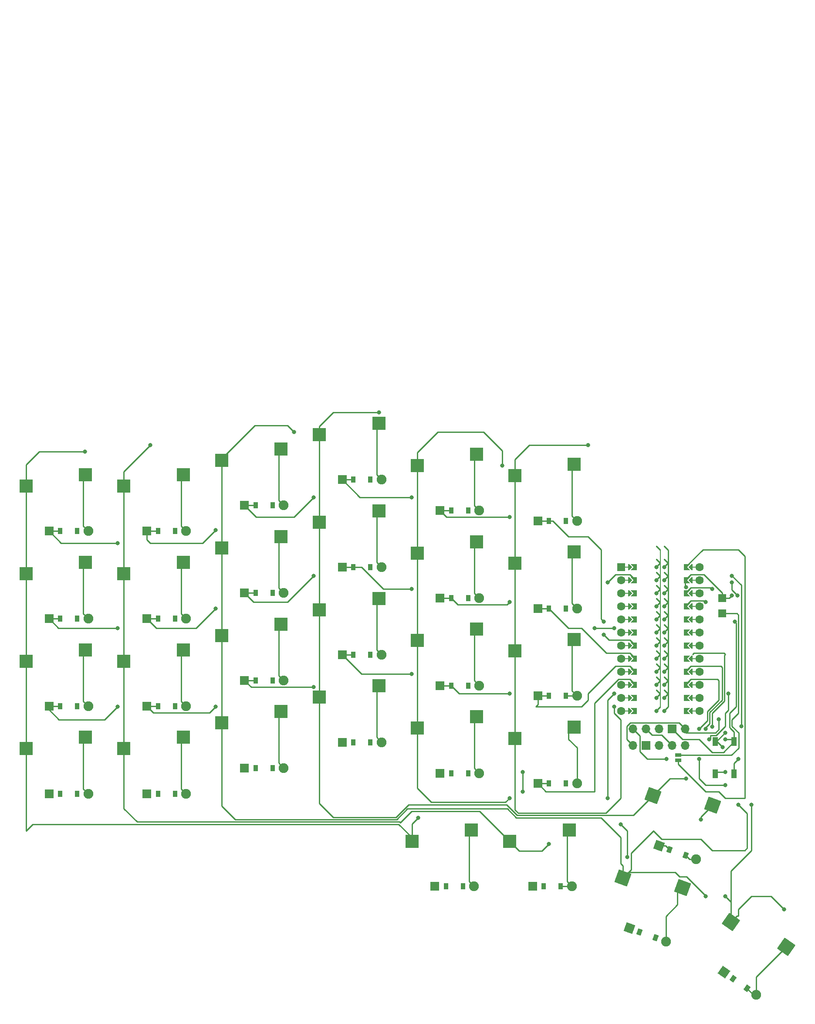
<source format=gbr>
%TF.GenerationSoftware,KiCad,Pcbnew,(6.0.9-0)*%
%TF.CreationDate,2023-01-10T21:03:56-06:00*%
%TF.ProjectId,board,626f6172-642e-46b6-9963-61645f706362,v1.0.0*%
%TF.SameCoordinates,Original*%
%TF.FileFunction,Copper,L1,Top*%
%TF.FilePolarity,Positive*%
%FSLAX46Y46*%
G04 Gerber Fmt 4.6, Leading zero omitted, Abs format (unit mm)*
G04 Created by KiCad (PCBNEW (6.0.9-0)) date 2023-01-10 21:03:56*
%MOMM*%
%LPD*%
G01*
G04 APERTURE LIST*
G04 Aperture macros list*
%AMRotRect*
0 Rectangle, with rotation*
0 The origin of the aperture is its center*
0 $1 length*
0 $2 width*
0 $3 Rotation angle, in degrees counterclockwise*
0 Add horizontal line*
21,1,$1,$2,0,0,$3*%
%AMFreePoly0*
4,1,49,0.088388,4.152388,0.854389,3.386388,0.867708,3.368551,0.871189,3.365530,0.871982,3.362827,0.875852,3.357644,0.882333,3.327543,0.891000,3.298000,0.891000,0.766000,0.887805,0.743969,0.888131,0.739371,0.886780,0.736898,0.885852,0.730498,0.869154,0.704638,0.854389,0.677612,0.088388,-0.088388,0.064607,-0.106146,0.062500,-0.108253,0.061385,-0.108552,0.059644,-0.109852,
0.043810,-0.113261,0.000000,-0.125000,-0.004774,-0.123721,-0.009154,-0.124664,-0.028953,-0.117242,-0.062500,-0.108253,-0.068237,-0.102516,-0.075052,-0.099961,-0.087614,-0.083139,-0.108253,-0.062500,-0.111178,-0.051584,-0.117161,-0.043572,-0.118539,-0.024114,-0.125000,0.000000,-0.121239,0.014035,-0.122131,0.026629,-0.113759,0.041953,-0.108253,0.062500,-0.095642,0.075111,-0.088388,0.088388,
0.641000,0.817777,0.641000,3.246223,-0.088388,3.975612,-0.109852,4.004356,-0.124664,4.073154,-0.099961,4.139052,-0.043572,4.181161,0.026629,4.186131,0.088388,4.152388,0.088388,4.152388,$1*%
%AMFreePoly1*
4,1,6,0.600000,0.200000,0.000000,-0.400000,-0.600000,0.200000,-0.600000,0.400000,0.600000,0.400000,0.600000,0.200000,0.600000,0.200000,$1*%
%AMFreePoly2*
4,1,6,0.600000,-0.250000,-0.600000,-0.250000,-0.600000,1.000000,0.000000,0.400000,0.600000,1.000000,0.600000,-0.250000,0.600000,-0.250000,$1*%
%AMFreePoly3*
4,1,5,0.125000,-0.500000,-0.125000,-0.500000,-0.125000,0.500000,0.125000,0.500000,0.125000,-0.500000,0.125000,-0.500000,$1*%
%AMFreePoly4*
4,1,49,0.088388,4.152388,0.850389,3.390388,0.863708,3.372551,0.867189,3.369530,0.867982,3.366827,0.871852,3.361644,0.878333,3.331543,0.887000,3.302000,0.887000,0.762000,0.883805,0.739969,0.884131,0.735371,0.882780,0.732898,0.881852,0.726498,0.865154,0.700638,0.850389,0.673612,0.088388,-0.088388,0.064607,-0.106146,0.062500,-0.108253,0.061385,-0.108552,0.059644,-0.109852,
0.043810,-0.113261,0.000000,-0.125000,-0.004774,-0.123721,-0.009154,-0.124664,-0.028953,-0.117242,-0.062500,-0.108253,-0.068237,-0.102516,-0.075052,-0.099961,-0.087614,-0.083139,-0.108253,-0.062500,-0.111178,-0.051584,-0.117161,-0.043572,-0.118539,-0.024114,-0.125000,0.000000,-0.121239,0.014035,-0.122131,0.026629,-0.113759,0.041953,-0.108253,0.062500,-0.095642,0.075111,-0.088388,0.088388,
0.637000,0.813777,0.637000,3.250223,-0.088388,3.975612,-0.109852,4.004356,-0.124664,4.073154,-0.099961,4.139052,-0.043572,4.181161,0.026629,4.186131,0.088388,4.152388,0.088388,4.152388,$1*%
G04 Aperture macros list end*
%TA.AperFunction,SMDPad,CuDef*%
%ADD10R,2.600000X2.600000*%
%TD*%
%TA.AperFunction,SMDPad,CuDef*%
%ADD11RotRect,2.600000X2.600000X340.000000*%
%TD*%
%TA.AperFunction,SMDPad,CuDef*%
%ADD12RotRect,2.600000X2.600000X325.000000*%
%TD*%
%TA.AperFunction,SMDPad,CuDef*%
%ADD13R,0.900000X1.200000*%
%TD*%
%TA.AperFunction,ComponentPad*%
%ADD14R,1.778000X1.778000*%
%TD*%
%TA.AperFunction,ComponentPad*%
%ADD15C,1.905000*%
%TD*%
%TA.AperFunction,SMDPad,CuDef*%
%ADD16RotRect,0.900000X1.200000X340.000000*%
%TD*%
%TA.AperFunction,ComponentPad*%
%ADD17RotRect,1.778000X1.778000X340.000000*%
%TD*%
%TA.AperFunction,SMDPad,CuDef*%
%ADD18RotRect,0.900000X1.200000X325.000000*%
%TD*%
%TA.AperFunction,ComponentPad*%
%ADD19RotRect,1.778000X1.778000X325.000000*%
%TD*%
%TA.AperFunction,SMDPad,CuDef*%
%ADD20FreePoly0,270.000000*%
%TD*%
%TA.AperFunction,ComponentPad*%
%ADD21C,1.600000*%
%TD*%
%TA.AperFunction,SMDPad,CuDef*%
%ADD22FreePoly1,90.000000*%
%TD*%
%TA.AperFunction,SMDPad,CuDef*%
%ADD23FreePoly2,90.000000*%
%TD*%
%TA.AperFunction,SMDPad,CuDef*%
%ADD24FreePoly3,90.000000*%
%TD*%
%TA.AperFunction,ComponentPad*%
%ADD25R,1.600000X1.600000*%
%TD*%
%TA.AperFunction,SMDPad,CuDef*%
%ADD26FreePoly2,270.000000*%
%TD*%
%TA.AperFunction,SMDPad,CuDef*%
%ADD27FreePoly3,270.000000*%
%TD*%
%TA.AperFunction,SMDPad,CuDef*%
%ADD28FreePoly1,270.000000*%
%TD*%
%TA.AperFunction,SMDPad,CuDef*%
%ADD29FreePoly4,90.000000*%
%TD*%
%TA.AperFunction,ComponentPad*%
%ADD30C,0.800000*%
%TD*%
%TA.AperFunction,ComponentPad*%
%ADD31O,1.700000X1.700000*%
%TD*%
%TA.AperFunction,ComponentPad*%
%ADD32R,1.700000X1.700000*%
%TD*%
%TA.AperFunction,SMDPad,CuDef*%
%ADD33R,1.500000X1.500000*%
%TD*%
%TA.AperFunction,SMDPad,CuDef*%
%ADD34R,1.143000X0.635000*%
%TD*%
%TA.AperFunction,SMDPad,CuDef*%
%ADD35R,1.100000X1.800000*%
%TD*%
%TA.AperFunction,ViaPad*%
%ADD36C,0.800000*%
%TD*%
%TA.AperFunction,Conductor*%
%ADD37C,0.250000*%
%TD*%
G04 APERTURE END LIST*
D10*
%TO.P,S1,1*%
%TO.N,outer_bottom*%
X28040001Y-77100001D03*
%TO.P,S1,2*%
%TO.N,P20*%
X16490001Y-79300001D03*
%TD*%
%TO.P,S2,1*%
%TO.N,outer_home*%
X28040001Y-60100001D03*
%TO.P,S2,2*%
%TO.N,P20*%
X16490001Y-62300001D03*
%TD*%
%TO.P,S3,1*%
%TO.N,outer_top*%
X28040000Y-43100001D03*
%TO.P,S3,2*%
%TO.N,P20*%
X16490000Y-45300001D03*
%TD*%
%TO.P,S4,1*%
%TO.N,outer_num*%
X28040000Y-26100001D03*
%TO.P,S4,2*%
%TO.N,P20*%
X16490000Y-28300001D03*
%TD*%
%TO.P,S5,1*%
%TO.N,pinky_bottom*%
X47040000Y-77100001D03*
%TO.P,S5,2*%
%TO.N,P19*%
X35490000Y-79300001D03*
%TD*%
%TO.P,S6,1*%
%TO.N,pinky_home*%
X47040001Y-60100001D03*
%TO.P,S6,2*%
%TO.N,P19*%
X35490001Y-62300001D03*
%TD*%
%TO.P,S7,1*%
%TO.N,pinky_top*%
X47040000Y-43100002D03*
%TO.P,S7,2*%
%TO.N,P19*%
X35490000Y-45300002D03*
%TD*%
%TO.P,S8,1*%
%TO.N,pinky_num*%
X47040000Y-26100002D03*
%TO.P,S8,2*%
%TO.N,P19*%
X35490000Y-28300002D03*
%TD*%
%TO.P,S9,1*%
%TO.N,ring_bottom*%
X66040000Y-72100001D03*
%TO.P,S9,2*%
%TO.N,P18*%
X54490000Y-74300001D03*
%TD*%
%TO.P,S10,1*%
%TO.N,ring_home*%
X66040000Y-55100000D03*
%TO.P,S10,2*%
%TO.N,P18*%
X54490000Y-57300000D03*
%TD*%
%TO.P,S11,1*%
%TO.N,ring_top*%
X66040000Y-38100000D03*
%TO.P,S11,2*%
%TO.N,P18*%
X54490000Y-40300000D03*
%TD*%
%TO.P,S12,1*%
%TO.N,ring_num*%
X66040000Y-21100001D03*
%TO.P,S12,2*%
%TO.N,P18*%
X54490000Y-23300001D03*
%TD*%
%TO.P,S13,1*%
%TO.N,middle_bottom*%
X85040001Y-67100001D03*
%TO.P,S13,2*%
%TO.N,P15*%
X73490001Y-69300001D03*
%TD*%
%TO.P,S14,1*%
%TO.N,middle_home*%
X85040000Y-50100001D03*
%TO.P,S14,2*%
%TO.N,P15*%
X73490000Y-52300001D03*
%TD*%
%TO.P,S15,1*%
%TO.N,middle_top*%
X85040000Y-33100001D03*
%TO.P,S15,2*%
%TO.N,P15*%
X73490000Y-35300001D03*
%TD*%
%TO.P,S16,1*%
%TO.N,middle_num*%
X85039999Y-16100001D03*
%TO.P,S16,2*%
%TO.N,P15*%
X73489999Y-18300001D03*
%TD*%
%TO.P,S17,1*%
%TO.N,index_bottom*%
X104040000Y-73100000D03*
%TO.P,S17,2*%
%TO.N,P14*%
X92490000Y-75300000D03*
%TD*%
%TO.P,S18,1*%
%TO.N,index_home*%
X104040001Y-56100000D03*
%TO.P,S18,2*%
%TO.N,P14*%
X92490001Y-58300000D03*
%TD*%
%TO.P,S19,1*%
%TO.N,index_top*%
X104040000Y-39100000D03*
%TO.P,S19,2*%
%TO.N,P14*%
X92490000Y-41300000D03*
%TD*%
%TO.P,S20,1*%
%TO.N,index_num*%
X104040000Y-22100001D03*
%TO.P,S20,2*%
%TO.N,P14*%
X92490000Y-24300001D03*
%TD*%
%TO.P,S21,1*%
%TO.N,inner_bottom*%
X123040001Y-75100001D03*
%TO.P,S21,2*%
%TO.N,P16*%
X111490001Y-77300001D03*
%TD*%
%TO.P,S22,1*%
%TO.N,inner_home*%
X123040000Y-58100002D03*
%TO.P,S22,2*%
%TO.N,P16*%
X111490000Y-60300002D03*
%TD*%
%TO.P,S23,1*%
%TO.N,inner_top*%
X123039999Y-41100001D03*
%TO.P,S23,2*%
%TO.N,P16*%
X111489999Y-43300001D03*
%TD*%
%TO.P,S24,1*%
%TO.N,inner_num*%
X123040001Y-24100000D03*
%TO.P,S24,2*%
%TO.N,P16*%
X111490001Y-26300000D03*
%TD*%
%TO.P,S25,1*%
%TO.N,near1_home*%
X103040000Y-95100001D03*
%TO.P,S25,2*%
%TO.N,P20*%
X91490000Y-97300001D03*
%TD*%
%TO.P,S26,1*%
%TO.N,near2_home*%
X122040000Y-95100001D03*
%TO.P,S26,2*%
%TO.N,P19*%
X110490000Y-97300001D03*
%TD*%
D11*
%TO.P,S27,1*%
%TO.N,home_home*%
X144122947Y-106276125D03*
%TO.P,S27,2*%
%TO.N,P18*%
X132517053Y-104393116D03*
%TD*%
%TO.P,S28,1*%
%TO.N,home_top*%
X149937289Y-90301350D03*
%TO.P,S28,2*%
%TO.N,P15*%
X138331395Y-88418341D03*
%TD*%
D12*
%TO.P,S29,1*%
%TO.N,far_home*%
X164211572Y-117807816D03*
%TO.P,S29,2*%
%TO.N,P14*%
X153488497Y-112985143D03*
%TD*%
D13*
%TO.P,D1,1*%
%TO.N,P7*%
X23115000Y-88050001D03*
%TO.P,D1,2*%
%TO.N,outer_bottom*%
X26415000Y-88050001D03*
D14*
%TO.P,D1,1*%
%TO.N,P7*%
X20955000Y-88050001D03*
D15*
%TO.P,D1,2*%
%TO.N,outer_bottom*%
X28575000Y-88050001D03*
%TD*%
D13*
%TO.P,D2,1*%
%TO.N,P6*%
X23115001Y-71050000D03*
%TO.P,D2,2*%
%TO.N,outer_home*%
X26415001Y-71050000D03*
D14*
%TO.P,D2,1*%
%TO.N,P6*%
X20955001Y-71050000D03*
D15*
%TO.P,D2,2*%
%TO.N,outer_home*%
X28575001Y-71050000D03*
%TD*%
D13*
%TO.P,D3,1*%
%TO.N,P5*%
X23114999Y-54050001D03*
%TO.P,D3,2*%
%TO.N,outer_top*%
X26414999Y-54050001D03*
D14*
%TO.P,D3,1*%
%TO.N,P5*%
X20954999Y-54050001D03*
D15*
%TO.P,D3,2*%
%TO.N,outer_top*%
X28574999Y-54050001D03*
%TD*%
D13*
%TO.P,D4,1*%
%TO.N,P4*%
X23115000Y-37050001D03*
%TO.P,D4,2*%
%TO.N,outer_num*%
X26415000Y-37050001D03*
D14*
%TO.P,D4,1*%
%TO.N,P4*%
X20955000Y-37050001D03*
D15*
%TO.P,D4,2*%
%TO.N,outer_num*%
X28575000Y-37050001D03*
%TD*%
D13*
%TO.P,D5,1*%
%TO.N,P7*%
X42115001Y-88050001D03*
%TO.P,D5,2*%
%TO.N,pinky_bottom*%
X45415001Y-88050001D03*
D14*
%TO.P,D5,1*%
%TO.N,P7*%
X39955001Y-88050001D03*
D15*
%TO.P,D5,2*%
%TO.N,pinky_bottom*%
X47575001Y-88050001D03*
%TD*%
D13*
%TO.P,D6,1*%
%TO.N,P6*%
X42115000Y-71050001D03*
%TO.P,D6,2*%
%TO.N,pinky_home*%
X45415000Y-71050001D03*
D14*
%TO.P,D6,1*%
%TO.N,P6*%
X39955000Y-71050001D03*
D15*
%TO.P,D6,2*%
%TO.N,pinky_home*%
X47575000Y-71050001D03*
%TD*%
D13*
%TO.P,D7,1*%
%TO.N,P5*%
X42115000Y-54050000D03*
%TO.P,D7,2*%
%TO.N,pinky_top*%
X45415000Y-54050000D03*
D14*
%TO.P,D7,1*%
%TO.N,P5*%
X39955000Y-54050000D03*
D15*
%TO.P,D7,2*%
%TO.N,pinky_top*%
X47575000Y-54050000D03*
%TD*%
D13*
%TO.P,D8,1*%
%TO.N,P4*%
X42115000Y-37050000D03*
%TO.P,D8,2*%
%TO.N,pinky_num*%
X45415000Y-37050000D03*
D14*
%TO.P,D8,1*%
%TO.N,P4*%
X39955000Y-37050000D03*
D15*
%TO.P,D8,2*%
%TO.N,pinky_num*%
X47575000Y-37050000D03*
%TD*%
D13*
%TO.P,D9,1*%
%TO.N,P7*%
X61115000Y-83050002D03*
%TO.P,D9,2*%
%TO.N,ring_bottom*%
X64415000Y-83050002D03*
D14*
%TO.P,D9,1*%
%TO.N,P7*%
X58955000Y-83050002D03*
D15*
%TO.P,D9,2*%
%TO.N,ring_bottom*%
X66575000Y-83050002D03*
%TD*%
D13*
%TO.P,D10,1*%
%TO.N,P6*%
X61115000Y-66050002D03*
%TO.P,D10,2*%
%TO.N,ring_home*%
X64415000Y-66050002D03*
D14*
%TO.P,D10,1*%
%TO.N,P6*%
X58955000Y-66050002D03*
D15*
%TO.P,D10,2*%
%TO.N,ring_home*%
X66575000Y-66050002D03*
%TD*%
D13*
%TO.P,D11,1*%
%TO.N,P5*%
X61115000Y-49050002D03*
%TO.P,D11,2*%
%TO.N,ring_top*%
X64415000Y-49050002D03*
D14*
%TO.P,D11,1*%
%TO.N,P5*%
X58955000Y-49050002D03*
D15*
%TO.P,D11,2*%
%TO.N,ring_top*%
X66575000Y-49050002D03*
%TD*%
D13*
%TO.P,D12,1*%
%TO.N,P4*%
X61115000Y-32050000D03*
%TO.P,D12,2*%
%TO.N,ring_num*%
X64415000Y-32050000D03*
D14*
%TO.P,D12,1*%
%TO.N,P4*%
X58955000Y-32050000D03*
D15*
%TO.P,D12,2*%
%TO.N,ring_num*%
X66575000Y-32050000D03*
%TD*%
D13*
%TO.P,D13,1*%
%TO.N,P7*%
X80115000Y-78050000D03*
%TO.P,D13,2*%
%TO.N,middle_bottom*%
X83415000Y-78050000D03*
D14*
%TO.P,D13,1*%
%TO.N,P7*%
X77955000Y-78050000D03*
D15*
%TO.P,D13,2*%
%TO.N,middle_bottom*%
X85575000Y-78050000D03*
%TD*%
D13*
%TO.P,D14,1*%
%TO.N,P6*%
X80114999Y-61050001D03*
%TO.P,D14,2*%
%TO.N,middle_home*%
X83414999Y-61050001D03*
D14*
%TO.P,D14,1*%
%TO.N,P6*%
X77954999Y-61050001D03*
D15*
%TO.P,D14,2*%
%TO.N,middle_home*%
X85574999Y-61050001D03*
%TD*%
D13*
%TO.P,D15,1*%
%TO.N,P5*%
X80115001Y-44050000D03*
%TO.P,D15,2*%
%TO.N,middle_top*%
X83415001Y-44050000D03*
D14*
%TO.P,D15,1*%
%TO.N,P5*%
X77955001Y-44050000D03*
D15*
%TO.P,D15,2*%
%TO.N,middle_top*%
X85575001Y-44050000D03*
%TD*%
D13*
%TO.P,D16,1*%
%TO.N,P4*%
X80115001Y-27050000D03*
%TO.P,D16,2*%
%TO.N,middle_num*%
X83415001Y-27050000D03*
D14*
%TO.P,D16,1*%
%TO.N,P4*%
X77955001Y-27050000D03*
D15*
%TO.P,D16,2*%
%TO.N,middle_num*%
X85575001Y-27050000D03*
%TD*%
D13*
%TO.P,D17,1*%
%TO.N,P7*%
X99115000Y-84050000D03*
%TO.P,D17,2*%
%TO.N,index_bottom*%
X102415000Y-84050000D03*
D14*
%TO.P,D17,1*%
%TO.N,P7*%
X96955000Y-84050000D03*
D15*
%TO.P,D17,2*%
%TO.N,index_bottom*%
X104575000Y-84050000D03*
%TD*%
D13*
%TO.P,D18,1*%
%TO.N,P6*%
X99115001Y-67050001D03*
%TO.P,D18,2*%
%TO.N,index_home*%
X102415001Y-67050001D03*
D14*
%TO.P,D18,1*%
%TO.N,P6*%
X96955001Y-67050001D03*
D15*
%TO.P,D18,2*%
%TO.N,index_home*%
X104575001Y-67050001D03*
%TD*%
D13*
%TO.P,D19,1*%
%TO.N,P5*%
X99114999Y-50050001D03*
%TO.P,D19,2*%
%TO.N,index_top*%
X102414999Y-50050001D03*
D14*
%TO.P,D19,1*%
%TO.N,P5*%
X96954999Y-50050001D03*
D15*
%TO.P,D19,2*%
%TO.N,index_top*%
X104574999Y-50050001D03*
%TD*%
D13*
%TO.P,D20,1*%
%TO.N,P4*%
X99115000Y-33050001D03*
%TO.P,D20,2*%
%TO.N,index_num*%
X102415000Y-33050001D03*
D14*
%TO.P,D20,1*%
%TO.N,P4*%
X96955000Y-33050001D03*
D15*
%TO.P,D20,2*%
%TO.N,index_num*%
X104575000Y-33050001D03*
%TD*%
D13*
%TO.P,D21,1*%
%TO.N,P7*%
X118114999Y-86050002D03*
%TO.P,D21,2*%
%TO.N,inner_bottom*%
X121414999Y-86050002D03*
D14*
%TO.P,D21,1*%
%TO.N,P7*%
X115954999Y-86050002D03*
D15*
%TO.P,D21,2*%
%TO.N,inner_bottom*%
X123574999Y-86050002D03*
%TD*%
D13*
%TO.P,D22,1*%
%TO.N,P6*%
X118115000Y-69050001D03*
%TO.P,D22,2*%
%TO.N,inner_home*%
X121415000Y-69050001D03*
D14*
%TO.P,D22,1*%
%TO.N,P6*%
X115955000Y-69050001D03*
D15*
%TO.P,D22,2*%
%TO.N,inner_home*%
X123575000Y-69050001D03*
%TD*%
D13*
%TO.P,D23,1*%
%TO.N,P5*%
X118115000Y-52050000D03*
%TO.P,D23,2*%
%TO.N,inner_top*%
X121415000Y-52050000D03*
D14*
%TO.P,D23,1*%
%TO.N,P5*%
X115955000Y-52050000D03*
D15*
%TO.P,D23,2*%
%TO.N,inner_top*%
X123575000Y-52050000D03*
%TD*%
D13*
%TO.P,D24,1*%
%TO.N,P4*%
X118115000Y-35050000D03*
%TO.P,D24,2*%
%TO.N,inner_num*%
X121415000Y-35050000D03*
D14*
%TO.P,D24,1*%
%TO.N,P4*%
X115955000Y-35050000D03*
D15*
%TO.P,D24,2*%
%TO.N,inner_num*%
X123575000Y-35050000D03*
%TD*%
D13*
%TO.P,D25,1*%
%TO.N,P3*%
X98115000Y-106050000D03*
%TO.P,D25,2*%
%TO.N,near1_home*%
X101415000Y-106050000D03*
D14*
%TO.P,D25,1*%
%TO.N,P3*%
X95955000Y-106050000D03*
D15*
%TO.P,D25,2*%
%TO.N,near1_home*%
X103575000Y-106050000D03*
%TD*%
D13*
%TO.P,D26,1*%
%TO.N,P3*%
X117115001Y-106050000D03*
%TO.P,D26,2*%
%TO.N,near2_home*%
X120415001Y-106050000D03*
D14*
%TO.P,D26,1*%
%TO.N,P3*%
X114955001Y-106050000D03*
D15*
%TO.P,D26,2*%
%TO.N,near2_home*%
X122575001Y-106050000D03*
%TD*%
D16*
%TO.P,D27,1*%
%TO.N,P3*%
X135749840Y-114881311D03*
%TO.P,D27,2*%
%TO.N,home_home*%
X138850826Y-116009977D03*
D17*
%TO.P,D27,1*%
%TO.N,P3*%
X133720104Y-114142547D03*
D15*
%TO.P,D27,2*%
%TO.N,home_home*%
X140880562Y-116748741D03*
%TD*%
D16*
%TO.P,D28,1*%
%TO.N,P3*%
X141564183Y-98906536D03*
%TO.P,D28,2*%
%TO.N,home_top*%
X144665169Y-100035202D03*
D17*
%TO.P,D28,1*%
%TO.N,P3*%
X139534447Y-98167772D03*
D15*
%TO.P,D28,2*%
%TO.N,home_top*%
X146694905Y-100773966D03*
%TD*%
D18*
%TO.P,D29,1*%
%TO.N,P3*%
X153896586Y-123952667D03*
%TO.P,D29,2*%
%TO.N,far_home*%
X156599788Y-125845469D03*
D19*
%TO.P,D29,1*%
%TO.N,P3*%
X152127218Y-122713742D03*
D15*
%TO.P,D29,2*%
%TO.N,far_home*%
X158369156Y-127084394D03*
%TD*%
D20*
%TO.P,MCU1,2*%
%TO.N,GND*%
X140527000Y-46620001D03*
D21*
%TO.P,MCU1,*%
%TO.N,*%
X132145000Y-44080001D03*
X132145000Y-46620001D03*
X132145000Y-49160001D03*
X132145000Y-51700001D03*
X132145000Y-54240001D03*
X132145000Y-56780001D03*
X132145000Y-59320001D03*
X132145000Y-61860001D03*
X132145000Y-64400001D03*
X132145000Y-66940001D03*
X132145000Y-69480001D03*
X132145000Y-72020001D03*
X147385000Y-72020001D03*
X147385000Y-69480001D03*
X147385000Y-66940001D03*
X147385000Y-64400001D03*
X147385000Y-61860001D03*
X147385000Y-59320001D03*
X147385000Y-56780001D03*
X147385000Y-54240001D03*
X147385000Y-51700001D03*
X147385000Y-49160001D03*
X147385000Y-46620001D03*
X147385000Y-44080001D03*
D22*
X133923000Y-44080001D03*
D23*
%TO.P,MCU1,24*%
%TO.N,P1*%
X134939000Y-44080001D03*
D24*
%TO.P,MCU1,*%
%TO.N,*%
X133415000Y-44080001D03*
D25*
X132145000Y-44080001D03*
D24*
X133415000Y-46620001D03*
D22*
X133923000Y-46620001D03*
D23*
%TO.P,MCU1,23*%
%TO.N,P0*%
X134939000Y-46620001D03*
D24*
%TO.P,MCU1,*%
%TO.N,*%
X133415000Y-49160001D03*
D22*
X133923000Y-49160001D03*
D23*
%TO.P,MCU1,22*%
%TO.N,GND*%
X134939000Y-49160001D03*
D24*
%TO.P,MCU1,*%
%TO.N,*%
X133415000Y-51700001D03*
D22*
X133923000Y-51700001D03*
D23*
%TO.P,MCU1,21*%
%TO.N,GND*%
X134939000Y-51700001D03*
D24*
%TO.P,MCU1,*%
%TO.N,*%
X133415000Y-54240001D03*
D22*
X133923000Y-54240001D03*
D23*
%TO.P,MCU1,20*%
%TO.N,P2*%
X134939000Y-54240001D03*
D24*
%TO.P,MCU1,*%
%TO.N,*%
X133415000Y-56780001D03*
D22*
X133923000Y-56780001D03*
D23*
%TO.P,MCU1,19*%
%TO.N,P3*%
X134939000Y-56780001D03*
D24*
%TO.P,MCU1,*%
%TO.N,*%
X133415000Y-59320001D03*
D22*
X133923000Y-59320001D03*
D23*
%TO.P,MCU1,18*%
%TO.N,P4*%
X134939000Y-59320001D03*
D24*
%TO.P,MCU1,*%
%TO.N,*%
X133415000Y-61860001D03*
D22*
X133923000Y-61860001D03*
D23*
%TO.P,MCU1,17*%
%TO.N,P5*%
X134939000Y-61860001D03*
D24*
%TO.P,MCU1,*%
%TO.N,*%
X133415000Y-64400001D03*
D22*
X133923000Y-64400001D03*
D23*
%TO.P,MCU1,16*%
%TO.N,P6*%
X134939000Y-64400001D03*
D24*
%TO.P,MCU1,*%
%TO.N,*%
X133415000Y-66940001D03*
D22*
X133923000Y-66940001D03*
D23*
%TO.P,MCU1,15*%
%TO.N,P7*%
X134939000Y-66940001D03*
D24*
%TO.P,MCU1,*%
%TO.N,*%
X133415000Y-69480001D03*
D22*
X133923000Y-69480001D03*
D23*
%TO.P,MCU1,14*%
%TO.N,P8*%
X134939000Y-69480001D03*
D24*
%TO.P,MCU1,*%
%TO.N,*%
X133415000Y-72020001D03*
D22*
X133923000Y-72020001D03*
D23*
%TO.P,MCU1,13*%
%TO.N,P9*%
X134939000Y-72020001D03*
D26*
%TO.P,MCU1,1*%
%TO.N,RAW*%
X144591000Y-44080001D03*
%TO.P,MCU1,3*%
%TO.N,RST*%
X144591000Y-49160001D03*
D27*
%TO.P,MCU1,*%
%TO.N,*%
X146115000Y-49160001D03*
D28*
X145607000Y-49160001D03*
X145607000Y-44080001D03*
D27*
X146115000Y-46620001D03*
D26*
%TO.P,MCU1,2*%
%TO.N,GND*%
X144591000Y-46620001D03*
D27*
%TO.P,MCU1,*%
%TO.N,*%
X146115000Y-44080001D03*
D26*
%TO.P,MCU1,4*%
%TO.N,VCC*%
X144591000Y-51700001D03*
D28*
%TO.P,MCU1,*%
%TO.N,*%
X145607000Y-46620001D03*
X145607000Y-51700001D03*
D26*
%TO.P,MCU1,6*%
%TO.N,P20*%
X144591000Y-56780001D03*
%TO.P,MCU1,7*%
%TO.N,P19*%
X144591000Y-59320001D03*
D27*
%TO.P,MCU1,*%
%TO.N,*%
X146115000Y-72020001D03*
D28*
X145607000Y-59320001D03*
D27*
X146115000Y-66940001D03*
D26*
%TO.P,MCU1,8*%
%TO.N,P18*%
X144591000Y-61860001D03*
D27*
%TO.P,MCU1,*%
%TO.N,*%
X146115000Y-59320001D03*
D26*
%TO.P,MCU1,12*%
%TO.N,P10*%
X144591000Y-72020001D03*
D28*
%TO.P,MCU1,*%
%TO.N,*%
X145607000Y-61860001D03*
D27*
X146115000Y-64400001D03*
D28*
X145607000Y-72020001D03*
D27*
X146115000Y-54240001D03*
X146115000Y-61860001D03*
X146115000Y-56780001D03*
D26*
%TO.P,MCU1,9*%
%TO.N,P15*%
X144591000Y-64400001D03*
D27*
%TO.P,MCU1,*%
%TO.N,*%
X146115000Y-51700001D03*
D28*
X145607000Y-54240001D03*
X145607000Y-56780001D03*
X145607000Y-64400001D03*
D26*
%TO.P,MCU1,10*%
%TO.N,P14*%
X144591000Y-66940001D03*
D28*
%TO.P,MCU1,*%
%TO.N,*%
X145607000Y-66940001D03*
X145607000Y-69480001D03*
D26*
%TO.P,MCU1,11*%
%TO.N,P16*%
X144591000Y-69480001D03*
D27*
%TO.P,MCU1,*%
%TO.N,*%
X146115000Y-69480001D03*
D26*
%TO.P,MCU1,5*%
%TO.N,P21*%
X144591000Y-54240001D03*
D29*
%TO.P,MCU1,23*%
%TO.N,P0*%
X139003000Y-46620001D03*
D30*
%TO.P,MCU1,2*%
%TO.N,GND*%
X140527000Y-46620001D03*
%TO.P,MCU1,23*%
%TO.N,P0*%
X139003000Y-46620001D03*
%TO.P,MCU1,24*%
%TO.N,P1*%
X139003000Y-44080001D03*
%TO.P,MCU1,1*%
%TO.N,RAW*%
X140527000Y-44080001D03*
D20*
X140527000Y-44080001D03*
D29*
%TO.P,MCU1,24*%
%TO.N,P1*%
X139003000Y-44080001D03*
D30*
%TO.P,MCU1,22*%
%TO.N,GND*%
X139003000Y-49160001D03*
%TO.P,MCU1,3*%
%TO.N,RST*%
X140527000Y-49160001D03*
D20*
X140527000Y-49160001D03*
D29*
%TO.P,MCU1,22*%
%TO.N,GND*%
X139003000Y-49160001D03*
D30*
%TO.P,MCU1,21*%
X139003000Y-51700001D03*
%TO.P,MCU1,4*%
%TO.N,VCC*%
X140527000Y-51700001D03*
D20*
X140527000Y-51700001D03*
D29*
%TO.P,MCU1,21*%
%TO.N,GND*%
X139003000Y-51700001D03*
D30*
%TO.P,MCU1,20*%
%TO.N,P2*%
X139003000Y-54240001D03*
%TO.P,MCU1,5*%
%TO.N,P21*%
X140527000Y-54240001D03*
D20*
X140527000Y-54240001D03*
D29*
%TO.P,MCU1,20*%
%TO.N,P2*%
X139003000Y-54240001D03*
D30*
%TO.P,MCU1,19*%
%TO.N,P3*%
X139003000Y-56780001D03*
%TO.P,MCU1,6*%
%TO.N,P20*%
X140527000Y-56780001D03*
D20*
X140527000Y-56780001D03*
D29*
%TO.P,MCU1,19*%
%TO.N,P3*%
X139003000Y-56780001D03*
D30*
%TO.P,MCU1,18*%
%TO.N,P4*%
X139003000Y-59320001D03*
%TO.P,MCU1,7*%
%TO.N,P19*%
X140527000Y-59320001D03*
D20*
X140527000Y-59320001D03*
D29*
%TO.P,MCU1,18*%
%TO.N,P4*%
X139003000Y-59320001D03*
D30*
%TO.P,MCU1,17*%
%TO.N,P5*%
X139003000Y-61860001D03*
%TO.P,MCU1,8*%
%TO.N,P18*%
X140527000Y-61860001D03*
D20*
X140527000Y-61860001D03*
D29*
%TO.P,MCU1,17*%
%TO.N,P5*%
X139003000Y-61860001D03*
D30*
%TO.P,MCU1,16*%
%TO.N,P6*%
X139003000Y-64400001D03*
%TO.P,MCU1,9*%
%TO.N,P15*%
X140527000Y-64400001D03*
D20*
X140527000Y-64400001D03*
D29*
%TO.P,MCU1,16*%
%TO.N,P6*%
X139003000Y-64400001D03*
D30*
%TO.P,MCU1,15*%
%TO.N,P7*%
X139003000Y-66940001D03*
%TO.P,MCU1,10*%
%TO.N,P14*%
X140527000Y-66940001D03*
D20*
X140527000Y-66940001D03*
D29*
%TO.P,MCU1,15*%
%TO.N,P7*%
X139003000Y-66940001D03*
D30*
%TO.P,MCU1,14*%
%TO.N,P8*%
X139003000Y-69480001D03*
%TO.P,MCU1,11*%
%TO.N,P16*%
X140527000Y-69480001D03*
D20*
X140527000Y-69480001D03*
D29*
%TO.P,MCU1,14*%
%TO.N,P8*%
X139003000Y-69480001D03*
D30*
%TO.P,MCU1,13*%
%TO.N,P9*%
X139003000Y-72020001D03*
%TO.P,MCU1,12*%
%TO.N,P10*%
X140527000Y-72020001D03*
D20*
X140527000Y-72020001D03*
D29*
%TO.P,MCU1,13*%
%TO.N,P9*%
X139003000Y-72020001D03*
%TD*%
D31*
%TO.P,OLED1,4*%
%TO.N,P0*%
X134445000Y-75450001D03*
%TO.P,OLED1,3*%
%TO.N,P2*%
X136985000Y-75450001D03*
%TO.P,OLED1,2*%
%TO.N,VCC*%
X139525000Y-75450001D03*
D32*
%TO.P,OLED1,1*%
%TO.N,GND*%
X142065000Y-75450001D03*
D31*
%TO.P,OLED1,0*%
%TO.N,P1*%
X144605000Y-75450001D03*
%TD*%
%TO.P,OLED2,4*%
%TO.N,P0*%
X144585000Y-78650000D03*
%TO.P,OLED2,3*%
%TO.N,P2*%
X142045000Y-78650000D03*
%TO.P,OLED2,2*%
%TO.N,VCC*%
X139505000Y-78650000D03*
D32*
%TO.P,OLED2,1*%
%TO.N,GND*%
X136965000Y-78650000D03*
D31*
%TO.P,OLED2,0*%
%TO.N,P1*%
X134425000Y-78650000D03*
%TD*%
D33*
%TO.P,PAD1,1*%
%TO.N,Bplus*%
X151765000Y-53050002D03*
%TD*%
%TO.P,PAD2,1*%
%TO.N,GND*%
X151765000Y-50050001D03*
%TD*%
D34*
%TO.P,J2,1*%
%TO.N,Bplus*%
X143265000Y-80549621D03*
%TO.P,J2,2*%
%TO.N,RAW*%
X143265000Y-81550381D03*
%TD*%
D35*
%TO.P,B1,1*%
%TO.N,GND*%
X154115001Y-77950001D03*
X154115001Y-84150001D03*
%TO.P,B1,2*%
%TO.N,RST*%
X150415001Y-77950001D03*
X150415001Y-84150001D03*
%TD*%
D36*
%TO.N,GND*%
X144761577Y-47964826D03*
%TO.N,P4*%
X128764500Y-57150000D03*
X128764500Y-54610000D03*
X34290000Y-39370000D03*
X53340000Y-36830000D03*
X72390000Y-30480000D03*
X91440000Y-30480000D03*
X110490000Y-34290000D03*
%TO.N,home_top*%
X147647405Y-93037405D03*
%TO.N,P16*%
X125730000Y-20320000D03*
%TO.N,P14*%
X109040000Y-24300001D03*
%TO.N,P15*%
X85090000Y-13970000D03*
%TO.N,P18*%
X68580000Y-17780000D03*
%TO.N,P19*%
X40640000Y-20320000D03*
%TO.N,P20*%
X27940000Y-21590000D03*
%TO.N,P14*%
X147320000Y-75475500D03*
X157480000Y-90170000D03*
X147320000Y-81280000D03*
X152400000Y-86360000D03*
%TO.N,P18*%
X148590000Y-107950000D03*
%TO.N,RST*%
X152400000Y-83820000D03*
X151854500Y-79036570D03*
%TO.N,P15*%
X144780000Y-85090000D03*
X148618276Y-75475500D03*
%TO.N,P18*%
X149860000Y-74999501D03*
X154940000Y-90170000D03*
%TO.N,P19*%
X133350000Y-100330000D03*
X132080000Y-93980000D03*
X129540000Y-88900000D03*
X130810000Y-68580000D03*
X118110000Y-97790000D03*
%TO.N,P20*%
X113030000Y-83820000D03*
X130810000Y-55880000D03*
X113030000Y-87630000D03*
X127000000Y-55880000D03*
X92710000Y-92710000D03*
%TO.N,P6*%
X34290000Y-71120000D03*
X53340000Y-71120000D03*
X72390000Y-67310000D03*
X91440000Y-64770000D03*
X110490000Y-68580000D03*
%TO.N,P5*%
X34290000Y-55880000D03*
X53340000Y-52070000D03*
X72390000Y-45720000D03*
X91440000Y-48260000D03*
X110490000Y-50800000D03*
%TO.N,P14*%
X163830000Y-110490000D03*
X110490000Y-88900000D03*
X152400000Y-107950000D03*
%TO.N,P16*%
X130810000Y-71120000D03*
%TO.N,P3*%
X152945500Y-68580000D03*
X149265499Y-77470000D03*
%TO.N,P0*%
X129540000Y-46990000D03*
%TO.N,GND*%
X153670000Y-49530000D03*
X154215500Y-54610000D03*
X152400000Y-77470000D03*
X154940000Y-81280000D03*
%TO.N,P1*%
X153670000Y-46990000D03*
X154761000Y-49530000D03*
X151130000Y-73550501D03*
%TO.N,P0*%
X140970000Y-81280000D03*
X140970000Y-81280000D03*
%TO.N,VCC*%
X155485500Y-74930000D03*
X148590000Y-50800000D03*
X153670000Y-45720000D03*
%TO.N,RST*%
X152400000Y-76200000D03*
X149860000Y-48260000D03*
%TD*%
D37*
%TO.N,GND*%
X144591000Y-47794249D02*
X144761577Y-47964826D01*
X144591000Y-46620001D02*
X144591000Y-47794249D01*
%TO.N,P4*%
X128764500Y-57150000D02*
X129809501Y-58195001D01*
X121920000Y-38100000D02*
X125730000Y-38100000D01*
X128270000Y-41910000D02*
X128270000Y-54115500D01*
X118870000Y-35050000D02*
X121920000Y-38100000D01*
X118115000Y-35050000D02*
X118870000Y-35050000D01*
X125730000Y-38100000D02*
X128270000Y-40640000D01*
X128270000Y-54115500D02*
X128764500Y-54610000D01*
X128270000Y-40640000D02*
X128270000Y-41910000D01*
X129809501Y-58195001D02*
X133814000Y-58195001D01*
X133814000Y-58195001D02*
X134939000Y-59320001D01*
%TO.N,outer_num*%
X28575000Y-37050001D02*
X27622500Y-36097501D01*
X27622500Y-26517501D02*
X28040000Y-26100001D01*
X27622500Y-36097501D02*
X27622500Y-26517501D01*
%TO.N,outer_top*%
X28574999Y-54050001D02*
X27622499Y-53097501D01*
X27622499Y-53097501D02*
X27622499Y-43517502D01*
X27622499Y-43517502D02*
X28040000Y-43100001D01*
%TO.N,outer_home*%
X28575001Y-71050000D02*
X27622501Y-70097500D01*
X27622501Y-70097500D02*
X27622501Y-60517501D01*
X27622501Y-60517501D02*
X28040001Y-60100001D01*
%TO.N,outer_bottom*%
X28575000Y-88050001D02*
X27622500Y-87097501D01*
X27622500Y-87097501D02*
X27622500Y-77517502D01*
X27622500Y-77517502D02*
X28040001Y-77100001D01*
%TO.N,pinky_num*%
X47575000Y-37050000D02*
X46622500Y-36097500D01*
X46622500Y-36097500D02*
X46622500Y-26517502D01*
X46622500Y-26517502D02*
X47040000Y-26100002D01*
%TO.N,pinky_top*%
X47575000Y-54050000D02*
X46622500Y-53097500D01*
X46622500Y-53097500D02*
X46622500Y-43517502D01*
X46622500Y-43517502D02*
X47040000Y-43100002D01*
%TO.N,pinky_home*%
X47575000Y-71050001D02*
X46622500Y-70097501D01*
X46622500Y-70097501D02*
X46622500Y-60517502D01*
X46622500Y-60517502D02*
X47040001Y-60100001D01*
%TO.N,pinky_bottom*%
X47575001Y-88050001D02*
X46622501Y-87097501D01*
X46622501Y-87097501D02*
X46622501Y-77517500D01*
X46622501Y-77517500D02*
X47040000Y-77100001D01*
%TO.N,ring_num*%
X66575000Y-32050000D02*
X65622500Y-31097500D01*
X65622500Y-31097500D02*
X65622500Y-21517501D01*
X65622500Y-21517501D02*
X66040000Y-21100001D01*
%TO.N,ring_top*%
X66575000Y-49050002D02*
X65622500Y-48097502D01*
X65622500Y-48097502D02*
X65622500Y-38517500D01*
X65622500Y-38517500D02*
X66040000Y-38100000D01*
%TO.N,ring_home*%
X66575000Y-66050002D02*
X65622500Y-65097502D01*
X65622500Y-65097502D02*
X65622500Y-55517500D01*
X65622500Y-55517500D02*
X66040000Y-55100000D01*
%TO.N,ring_bottom*%
X66575000Y-83050002D02*
X65622500Y-82097502D01*
X65622500Y-82097502D02*
X65622500Y-72517501D01*
X65622500Y-72517501D02*
X66040000Y-72100001D01*
%TO.N,middle_num*%
X85575001Y-27050000D02*
X84622501Y-26097500D01*
X84622501Y-26097500D02*
X84622501Y-16517499D01*
X84622501Y-16517499D02*
X85039999Y-16100001D01*
%TO.N,middle_top*%
X85575001Y-44050000D02*
X84622501Y-43097500D01*
X84622501Y-43097500D02*
X84622501Y-33517500D01*
X84622501Y-33517500D02*
X85040000Y-33100001D01*
%TO.N,middle_home*%
X85574999Y-61050001D02*
X84622499Y-60097501D01*
X84622499Y-60097501D02*
X84622499Y-50517502D01*
X84622499Y-50517502D02*
X85040000Y-50100001D01*
%TO.N,middle_bottom*%
X85575000Y-78050000D02*
X84622500Y-77097500D01*
X84622500Y-77097500D02*
X84622500Y-67517502D01*
X84622500Y-67517502D02*
X85040001Y-67100001D01*
%TO.N,index_num*%
X104575000Y-33050001D02*
X103622500Y-32097501D01*
X103622500Y-32097501D02*
X103622500Y-22517501D01*
X103622500Y-22517501D02*
X104040000Y-22100001D01*
%TO.N,index_top*%
X104574999Y-50050001D02*
X103622499Y-49097501D01*
X103622499Y-49097501D02*
X103622499Y-39517501D01*
X103622499Y-39517501D02*
X104040000Y-39100000D01*
%TO.N,index_home*%
X104575001Y-67050001D02*
X103622501Y-66097501D01*
X103622501Y-66097501D02*
X103622501Y-56517500D01*
X103622501Y-56517500D02*
X104040001Y-56100000D01*
%TO.N,index_bottom*%
X104575000Y-84050000D02*
X103622500Y-83097500D01*
X103622500Y-83097500D02*
X103622500Y-73517500D01*
X103622500Y-73517500D02*
X104040000Y-73100000D01*
%TO.N,P4*%
X20955000Y-37050001D02*
X23115000Y-37050001D01*
X23274999Y-39370000D02*
X20955000Y-37050001D01*
X34290000Y-39370000D02*
X23274999Y-39370000D01*
X39955000Y-37050000D02*
X42115000Y-37050000D01*
X50800000Y-39370000D02*
X40640000Y-39370000D01*
X39955000Y-38685000D02*
X39955000Y-37050000D01*
X53340000Y-36830000D02*
X50800000Y-39370000D01*
X40640000Y-39370000D02*
X39955000Y-38685000D01*
X58955000Y-32050000D02*
X61115000Y-32050000D01*
X72390000Y-30480000D02*
X68580000Y-34290000D01*
X68580000Y-34290000D02*
X61195000Y-34290000D01*
X61195000Y-34290000D02*
X58955000Y-32050000D01*
X77955001Y-27050000D02*
X80115001Y-27050000D01*
X91440000Y-30480000D02*
X81385001Y-30480000D01*
X81385001Y-30480000D02*
X77955001Y-27050000D01*
X99029999Y-33050001D02*
X99060000Y-33020000D01*
X96955000Y-33050001D02*
X99029999Y-33050001D01*
X110452499Y-34327501D02*
X98232500Y-34327501D01*
X98232500Y-34327501D02*
X96955000Y-33050001D01*
X110490000Y-34290000D02*
X110452499Y-34327501D01*
X110452499Y-34327501D02*
X100392500Y-34327501D01*
X118115000Y-35050000D02*
X115955000Y-35050000D01*
%TO.N,inner_num*%
X123575000Y-35050000D02*
X122622500Y-34097500D01*
X122622500Y-24517501D02*
X123040001Y-24100000D01*
X122622500Y-34097500D02*
X122622500Y-24517501D01*
%TO.N,inner_top*%
X123575000Y-52050000D02*
X122622500Y-51097500D01*
X122622500Y-41517500D02*
X123039999Y-41100001D01*
X122622500Y-51097500D02*
X122622500Y-41517500D01*
%TO.N,inner_home*%
X123575000Y-69050001D02*
X122622500Y-68097501D01*
X122622500Y-58517502D02*
X123040000Y-58100002D01*
X122622500Y-68097501D02*
X122622500Y-58517502D01*
X121415000Y-69050001D02*
X123575000Y-69050001D01*
%TO.N,inner_bottom*%
X123574999Y-79124999D02*
X121920000Y-77470000D01*
X121920000Y-76220002D02*
X123040001Y-75100001D01*
X123574999Y-86050002D02*
X123574999Y-79124999D01*
X121920000Y-77470000D02*
X121920000Y-76220002D01*
%TO.N,near1_home*%
X103575000Y-106050000D02*
X102622500Y-105097500D01*
X102622500Y-105097500D02*
X102622500Y-95517501D01*
X102622500Y-95517501D02*
X103040000Y-95100001D01*
%TO.N,near2_home*%
X122575001Y-106050000D02*
X121622501Y-105097500D01*
X121622501Y-105097500D02*
X121622501Y-95517500D01*
X121622501Y-95517500D02*
X122040000Y-95100001D01*
X122575001Y-106050000D02*
X120415001Y-106050000D01*
%TO.N,home_top*%
X146694905Y-100773966D02*
X145403933Y-100773966D01*
X145403933Y-100773966D02*
X144665169Y-100035202D01*
X149937289Y-90301350D02*
X147647405Y-92591234D01*
X147647405Y-92591234D02*
X147647405Y-93037405D01*
%TO.N,P3*%
X139534447Y-98167772D02*
X140825419Y-98167772D01*
X140825419Y-98167772D02*
X141564183Y-98906536D01*
%TO.N,far_home*%
X158369156Y-127084394D02*
X157838713Y-127084394D01*
X157838713Y-127084394D02*
X156599788Y-125845469D01*
X158369156Y-127084394D02*
X158369156Y-123650232D01*
X158369156Y-123650232D02*
X164211572Y-117807816D01*
%TO.N,home_home*%
X140880562Y-116748741D02*
X140880562Y-111849438D01*
X140880562Y-111849438D02*
X143116472Y-109613528D01*
X143116472Y-109613528D02*
X143116472Y-107282600D01*
X143116472Y-107282600D02*
X144122947Y-106276125D01*
%TO.N,P16*%
X114300000Y-20320000D02*
X125730000Y-20320000D01*
X111490001Y-26300000D02*
X111490001Y-23129999D01*
X111490001Y-23129999D02*
X114300000Y-20320000D01*
%TO.N,P14*%
X92490000Y-21810000D02*
X96520000Y-17780000D01*
X92490000Y-24300001D02*
X92490000Y-21810000D01*
X96520000Y-17780000D02*
X105410000Y-17780000D01*
X105410000Y-17780000D02*
X109040000Y-21410000D01*
X109040000Y-21410000D02*
X109040000Y-24300001D01*
%TO.N,P15*%
X73489999Y-18300001D02*
X73489999Y-16680001D01*
X73489999Y-16680001D02*
X76200000Y-13970000D01*
X76200000Y-13970000D02*
X85090000Y-13970000D01*
%TO.N,P18*%
X67310000Y-16510000D02*
X68580000Y-17780000D01*
X54490000Y-23300001D02*
X54490000Y-22980000D01*
X54490000Y-22980000D02*
X60960000Y-16510000D01*
X60960000Y-16510000D02*
X67310000Y-16510000D01*
%TO.N,P19*%
X35490000Y-28300002D02*
X35490000Y-25470000D01*
X35490000Y-25470000D02*
X40640000Y-20320000D01*
%TO.N,P20*%
X27940000Y-21590000D02*
X19050000Y-21590000D01*
X19050000Y-21590000D02*
X16490000Y-24150000D01*
X16490000Y-24150000D02*
X16490000Y-28300001D01*
%TO.N,P14*%
X153488497Y-103051503D02*
X157480000Y-99060000D01*
X151130000Y-66040000D02*
X150905001Y-65815001D01*
X148590000Y-86360000D02*
X147320000Y-85090000D01*
X148932098Y-72045110D02*
X151130000Y-69847208D01*
X153488497Y-112985143D02*
X153488497Y-103051503D01*
X148932098Y-73863402D02*
X148932098Y-72045110D01*
X157480000Y-99060000D02*
X157480000Y-90170000D01*
X152400000Y-86360000D02*
X148590000Y-86360000D01*
X147320000Y-85090000D02*
X147320000Y-81280000D01*
X147320000Y-75475500D02*
X148932098Y-73863402D01*
X145716000Y-65815001D02*
X144591000Y-66940001D01*
X151130000Y-69847208D02*
X151130000Y-66040000D01*
X150905001Y-65815001D02*
X145716000Y-65815001D01*
%TO.N,P18*%
X148590000Y-107950000D02*
X148590000Y-107840358D01*
X148590000Y-107840358D02*
X144889642Y-104140000D01*
X144889642Y-104140000D02*
X143510000Y-104140000D01*
X143510000Y-104140000D02*
X142651008Y-103281008D01*
X142651008Y-103281008D02*
X133629161Y-103281008D01*
X133629161Y-103281008D02*
X132517053Y-104393116D01*
%TO.N,RST*%
X152400000Y-83820000D02*
X150745002Y-83820000D01*
X150415001Y-77950001D02*
X150767931Y-77950001D01*
X150767931Y-77950001D02*
X151854500Y-79036570D01*
X150745002Y-83820000D02*
X150415001Y-84150001D01*
%TO.N,P15*%
X151770500Y-63500000D02*
X151545501Y-63275001D01*
X148618276Y-75475500D02*
X148618276Y-75215920D01*
X151770500Y-69843104D02*
X151770500Y-63500000D01*
X138331395Y-88418341D02*
X141659736Y-85090000D01*
X141659736Y-85090000D02*
X144780000Y-85090000D01*
X148618276Y-75215920D02*
X149382098Y-74452098D01*
X149382098Y-74452098D02*
X149382098Y-72231506D01*
X149382098Y-72231506D02*
X151770500Y-69843104D01*
X151545501Y-63275001D02*
X145716000Y-63275001D01*
X145716000Y-63275001D02*
X144591000Y-64400001D01*
%TO.N,P18*%
X149860000Y-74999501D02*
X149860000Y-72390000D01*
X149860000Y-72390000D02*
X152220500Y-70029500D01*
X152220500Y-70029500D02*
X152220500Y-61139500D01*
X152220500Y-61139500D02*
X152400000Y-60960000D01*
X152400000Y-60960000D02*
X152175001Y-60735001D01*
X152175001Y-60735001D02*
X146274999Y-60735001D01*
X146274999Y-60735001D02*
X146050000Y-60960000D01*
%TO.N,P1*%
X151130000Y-73550501D02*
X151130000Y-75563604D01*
X151130000Y-75563604D02*
X150493604Y-76200000D01*
X150493604Y-76200000D02*
X144780000Y-76200000D01*
X144780000Y-76200000D02*
X144605000Y-76025000D01*
X144605000Y-76025000D02*
X144605000Y-75450001D01*
%TO.N,P3*%
X149265499Y-77470000D02*
X149540001Y-77470000D01*
X149540001Y-77470000D02*
X149540001Y-76725001D01*
X149540001Y-76725001D02*
X150604999Y-76725001D01*
X150604999Y-76725001D02*
X152400000Y-74930000D01*
X152400000Y-74930000D02*
X152400000Y-72390000D01*
X152400000Y-72390000D02*
X152945500Y-71844500D01*
X152945500Y-71844500D02*
X152945500Y-68580000D01*
%TO.N,P18*%
X156660000Y-91890000D02*
X154940000Y-90170000D01*
X156660000Y-98610000D02*
X156660000Y-91890000D01*
X156210000Y-99060000D02*
X156660000Y-98610000D01*
X134075000Y-99605000D02*
X138430000Y-95250000D01*
X138430000Y-95250000D02*
X140041906Y-96861906D01*
X140041906Y-96861906D02*
X147661906Y-96861906D01*
X134075000Y-102835169D02*
X134075000Y-99605000D01*
X132517053Y-104393116D02*
X134075000Y-102835169D01*
X147661906Y-96861906D02*
X149860000Y-99060000D01*
X149860000Y-99060000D02*
X156210000Y-99060000D01*
%TO.N,P19*%
X133350000Y-95250000D02*
X132080000Y-93980000D01*
X133350000Y-100330000D02*
X133350000Y-95250000D01*
X129540000Y-88900000D02*
X129540000Y-69850000D01*
X129540000Y-69850000D02*
X130810000Y-68580000D01*
X112365001Y-99175002D02*
X116724998Y-99175002D01*
X110490000Y-97300001D02*
X112365001Y-99175002D01*
X116724998Y-99175002D02*
X118110000Y-97790000D01*
%TO.N,P20*%
X113030000Y-87630000D02*
X113030000Y-83820000D01*
X127000000Y-55880000D02*
X130810000Y-55880000D01*
X91490000Y-93930000D02*
X92710000Y-92710000D01*
X91490000Y-97300001D02*
X91490000Y-93930000D01*
%TO.N,P7*%
X115954999Y-86050002D02*
X118114999Y-86050002D01*
X134939000Y-66940001D02*
X133814000Y-65815001D01*
X133814000Y-65815001D02*
X131679009Y-65815001D01*
X131679009Y-65815001D02*
X127000000Y-70494010D01*
X117534997Y-87630000D02*
X115954999Y-86050002D01*
X127000000Y-70494010D02*
X127000000Y-87630000D01*
X127000000Y-87630000D02*
X117534997Y-87630000D01*
%TO.N,P6*%
X20955001Y-71050000D02*
X23115001Y-71050000D01*
X34290000Y-71120000D02*
X31750000Y-73660000D01*
X31750000Y-73660000D02*
X22860000Y-73660000D01*
X22860000Y-73660000D02*
X20955001Y-71755001D01*
X20955001Y-71755001D02*
X20955001Y-71050000D01*
X39955000Y-71050001D02*
X42115000Y-71050001D01*
X53340000Y-71120000D02*
X52132499Y-72327501D01*
X52132499Y-72327501D02*
X41232500Y-72327501D01*
X41232500Y-72327501D02*
X39955000Y-71050001D01*
X58955000Y-66050002D02*
X61115000Y-66050002D01*
X72390000Y-67310000D02*
X72372498Y-67327502D01*
X72372498Y-67327502D02*
X60232500Y-67327502D01*
X60232500Y-67327502D02*
X58955000Y-66050002D01*
X77954999Y-61050001D02*
X80114999Y-61050001D01*
X81674998Y-64770000D02*
X77954999Y-61050001D01*
X91440000Y-64770000D02*
X81674998Y-64770000D01*
X99115001Y-67050001D02*
X96955001Y-67050001D01*
X110490000Y-68580000D02*
X100645000Y-68580000D01*
X100645000Y-68580000D02*
X99115001Y-67050001D01*
X115955000Y-69050001D02*
X118115000Y-69050001D01*
X124460000Y-71120000D02*
X115570000Y-71120000D01*
X134939000Y-64400001D02*
X133814000Y-63275001D01*
X125730000Y-68580000D02*
X125730000Y-69850000D01*
X115955000Y-70735000D02*
X115955000Y-69050001D01*
X131034999Y-63275001D02*
X125730000Y-68580000D01*
X125730000Y-69850000D02*
X124460000Y-71120000D01*
X133814000Y-63275001D02*
X131034999Y-63275001D01*
X115570000Y-71120000D02*
X115955000Y-70735000D01*
%TO.N,P5*%
X20954999Y-54050001D02*
X23114999Y-54050001D01*
X22784998Y-55880000D02*
X20954999Y-54050001D01*
X34290000Y-55880000D02*
X22784998Y-55880000D01*
X39955000Y-54050000D02*
X42115000Y-54050000D01*
X53340000Y-52070000D02*
X49530000Y-55880000D01*
X49530000Y-55880000D02*
X41785000Y-55880000D01*
X41785000Y-55880000D02*
X39955000Y-54050000D01*
X58955000Y-49050002D02*
X61115000Y-49050002D01*
X72390000Y-45720000D02*
X67310000Y-50800000D01*
X67310000Y-50800000D02*
X60704998Y-50800000D01*
X60704998Y-50800000D02*
X58955000Y-49050002D01*
X80115001Y-44050000D02*
X77955001Y-44050000D01*
X91440000Y-48260000D02*
X85925001Y-48260000D01*
X85925001Y-48260000D02*
X81715001Y-44050000D01*
X81715001Y-44050000D02*
X80115001Y-44050000D01*
X99114999Y-50050001D02*
X96954999Y-50050001D01*
X109962499Y-51327501D02*
X100392499Y-51327501D01*
X100392499Y-51327501D02*
X99114999Y-50050001D01*
X110490000Y-50800000D02*
X109962499Y-51327501D01*
X118115000Y-52050000D02*
X115955000Y-52050000D01*
X129315001Y-60735001D02*
X124460000Y-55880000D01*
X133814000Y-60735001D02*
X129315001Y-60735001D01*
X124460000Y-55880000D02*
X121945000Y-55880000D01*
X134939000Y-61860001D02*
X133814000Y-60735001D01*
X121945000Y-55880000D02*
X118115000Y-52050000D01*
%TO.N,P14*%
X157480000Y-107950000D02*
X154940000Y-110490000D01*
X163830000Y-110490000D02*
X161290000Y-107950000D01*
X161290000Y-107950000D02*
X157480000Y-107950000D01*
X154940000Y-110490000D02*
X154940000Y-111760000D01*
X154940000Y-111760000D02*
X154713640Y-111760000D01*
X154713640Y-111760000D02*
X153488497Y-112985143D01*
X95250000Y-89720000D02*
X109670000Y-89720000D01*
X92490000Y-86960000D02*
X95250000Y-89720000D01*
X92490000Y-75300000D02*
X92490000Y-86960000D01*
X109670000Y-89720000D02*
X110490000Y-88900000D01*
X152400000Y-107950000D02*
X153488497Y-109038497D01*
X153488497Y-109038497D02*
X153488497Y-112985143D01*
X92490000Y-41300000D02*
X92490000Y-24300001D01*
X92490001Y-58300000D02*
X92490000Y-41300000D01*
X92490000Y-75300000D02*
X92490001Y-58300000D01*
%TO.N,P16*%
X130810000Y-72390000D02*
X130810000Y-71120000D01*
X132080000Y-73660000D02*
X130810000Y-72390000D01*
X132080000Y-88900000D02*
X132080000Y-74930000D01*
X111490001Y-77300001D02*
X111490001Y-91167209D01*
X111490001Y-91167209D02*
X112132792Y-91810000D01*
X112132792Y-91810000D02*
X129170000Y-91810000D01*
X129170000Y-91810000D02*
X132080000Y-88900000D01*
X132080000Y-74930000D02*
X132080000Y-73660000D01*
X111490000Y-60300002D02*
X111490001Y-77300001D01*
X111489999Y-43300001D02*
X111490000Y-60300002D01*
X111490001Y-26300000D02*
X111490001Y-43299999D01*
X111490001Y-43299999D02*
X111489999Y-43300001D01*
%TO.N,P15*%
X73490001Y-69300001D02*
X73490001Y-89920001D01*
X73490001Y-89920001D02*
X76200000Y-92630000D01*
X90803604Y-90170000D02*
X109856396Y-90170000D01*
X111946396Y-92260000D02*
X134489736Y-92260000D01*
X76200000Y-92630000D02*
X88343604Y-92630000D01*
X88343604Y-92630000D02*
X90803604Y-90170000D01*
X109856396Y-90170000D02*
X111946396Y-92260000D01*
X134489736Y-92260000D02*
X138331395Y-88418341D01*
X73490000Y-52300001D02*
X73490001Y-69300001D01*
X73490000Y-35300001D02*
X73490000Y-52300001D01*
X73489999Y-18300001D02*
X73490000Y-35300001D01*
%TO.N,P18*%
X54490000Y-74300001D02*
X54490000Y-90420000D01*
X110040000Y-90990000D02*
X111760000Y-92710000D01*
X111760000Y-92710000D02*
X128270000Y-92710000D01*
X54490000Y-90420000D02*
X57150000Y-93080000D01*
X57150000Y-93080000D02*
X88530000Y-93080000D01*
X88530000Y-93080000D02*
X90620000Y-90990000D01*
X90620000Y-90990000D02*
X110040000Y-90990000D01*
X128270000Y-92710000D02*
X132080000Y-96520000D01*
X132080000Y-96520000D02*
X132080000Y-101600000D01*
X132080000Y-101600000D02*
X132517053Y-102037053D01*
X132517053Y-102037053D02*
X132517053Y-104393116D01*
X54490000Y-40300000D02*
X54490000Y-23300001D01*
X54490000Y-57300000D02*
X54490000Y-40300000D01*
X54490000Y-74300001D02*
X54490000Y-57300000D01*
%TO.N,P19*%
X35490000Y-90920000D02*
X38100000Y-93530000D01*
X38100000Y-93530000D02*
X89086396Y-93530000D01*
X35490000Y-79300001D02*
X35490000Y-90920000D01*
X89086396Y-93530000D02*
X89218198Y-93661802D01*
X89218198Y-93661802D02*
X91440000Y-91440000D01*
X91440000Y-91440000D02*
X104629999Y-91440000D01*
X104629999Y-91440000D02*
X110490000Y-97300001D01*
X35490001Y-62300001D02*
X35490000Y-79300001D01*
X35490000Y-45300002D02*
X35490001Y-62300001D01*
X35490000Y-28300002D02*
X35490000Y-45300002D01*
%TO.N,P20*%
X16490000Y-45300001D02*
X16490000Y-28300001D01*
X16490001Y-62300001D02*
X16490000Y-45300001D01*
X16490001Y-62300001D02*
X16490001Y-79300001D01*
X17780000Y-93980000D02*
X16510000Y-95250000D01*
X91490000Y-97300001D02*
X91490000Y-96570000D01*
X88900000Y-93980000D02*
X17780000Y-93980000D01*
X91490000Y-96570000D02*
X88900000Y-93980000D01*
X16490001Y-95230001D02*
X16490001Y-79300001D01*
X16510000Y-95250000D02*
X16490001Y-95230001D01*
%TO.N,P0*%
X133814000Y-45495001D02*
X134939000Y-46620001D01*
X129540000Y-46990000D02*
X131034999Y-45495001D01*
X131034999Y-45495001D02*
X133814000Y-45495001D01*
%TO.N,GND*%
X153149999Y-50050001D02*
X153670000Y-49530000D01*
X151765000Y-50050001D02*
X153149999Y-50050001D01*
X154115001Y-76011397D02*
X153351802Y-75248198D01*
X154115001Y-77950001D02*
X154115001Y-76011397D01*
X153220000Y-73660000D02*
X153220000Y-72390000D01*
X154490000Y-71120000D02*
X154490000Y-54884500D01*
X153220000Y-72390000D02*
X154490000Y-71120000D01*
X154490000Y-54884500D02*
X154215500Y-54610000D01*
X153220000Y-75116396D02*
X153220000Y-73660000D01*
X153351802Y-75248198D02*
X153220000Y-75116396D01*
X154115001Y-84150001D02*
X154115001Y-82104999D01*
X152400000Y-77470000D02*
X153635000Y-77470000D01*
X154115001Y-82104999D02*
X154940000Y-81280000D01*
X153635000Y-77470000D02*
X154115001Y-77950001D01*
X142065000Y-75450001D02*
X144089999Y-77475000D01*
X152055002Y-80010000D02*
X154115001Y-77950001D01*
X144089999Y-77475000D02*
X147325000Y-77475000D01*
X147325000Y-77475000D02*
X149860000Y-80010000D01*
X149860000Y-80010000D02*
X152055002Y-80010000D01*
%TO.N,P1*%
X153670000Y-46990000D02*
X153670000Y-48439000D01*
X153670000Y-48439000D02*
X154761000Y-49530000D01*
%TO.N,Bplus*%
X154940000Y-72390000D02*
X154940000Y-53340000D01*
X154990001Y-76250001D02*
X153670000Y-74930000D01*
X153670000Y-74930000D02*
X153670000Y-73660000D01*
X153615381Y-80549621D02*
X154990001Y-79175001D01*
X143265000Y-80549621D02*
X153615381Y-80549621D01*
X154990001Y-79175001D02*
X154990001Y-76250001D01*
X153670000Y-73660000D02*
X154940000Y-72390000D01*
X154940000Y-53340000D02*
X154650002Y-53050002D01*
X154650002Y-53050002D02*
X151765000Y-53050002D01*
%TO.N,P0*%
X137245000Y-81280000D02*
X140970000Y-81280000D01*
X135790000Y-79825000D02*
X137245000Y-81280000D01*
X135790000Y-76795001D02*
X135790000Y-79825000D01*
X134445000Y-75450001D02*
X135790000Y-76795001D01*
%TO.N,P1*%
X144605000Y-75450001D02*
X143430000Y-74275001D01*
X133270000Y-77495000D02*
X134425000Y-78650000D01*
X143430000Y-74275001D02*
X133958299Y-74275001D01*
X133958299Y-74275001D02*
X133270000Y-74963300D01*
X133270000Y-74963300D02*
X133270000Y-77495000D01*
%TO.N,P2*%
X136985000Y-75450001D02*
X138160000Y-76625001D01*
X138160000Y-76625001D02*
X140020001Y-76625001D01*
X140020001Y-76625001D02*
X142045000Y-78650000D01*
%TO.N,VCC*%
X155485500Y-47535500D02*
X155485500Y-74930000D01*
X144591000Y-51700001D02*
X145716000Y-50575001D01*
X153670000Y-45720000D02*
X155485500Y-47535500D01*
X148365001Y-50575001D02*
X148590000Y-50800000D01*
X145716000Y-50575001D02*
X148365001Y-50575001D01*
%TO.N,RST*%
X144591000Y-49160001D02*
X145716000Y-48035001D01*
X150649999Y-77950001D02*
X150415001Y-77950001D01*
X145716000Y-48035001D02*
X149635001Y-48035001D01*
X149635001Y-48035001D02*
X149860000Y-48260000D01*
X152400000Y-76200000D02*
X150649999Y-77950001D01*
%TO.N,GND*%
X144591000Y-46620001D02*
X145716000Y-45495001D01*
X145716000Y-45495001D02*
X148210000Y-45495001D01*
X148210000Y-45495001D02*
X151765000Y-49050001D01*
X151765000Y-49050001D02*
X151765000Y-50050001D01*
%TO.N,RAW*%
X151130000Y-87630000D02*
X148590000Y-87630000D01*
X148031001Y-40640000D02*
X154940000Y-40640000D01*
X154940000Y-40640000D02*
X156210000Y-41910000D01*
X156210000Y-41910000D02*
X156210000Y-88900000D01*
X144591000Y-44080001D02*
X148031001Y-40640000D01*
X156210000Y-88900000D02*
X152400000Y-88900000D01*
X148590000Y-87630000D02*
X143265000Y-82305000D01*
X152400000Y-88900000D02*
X151130000Y-87630000D01*
X143265000Y-82305000D02*
X143265000Y-81550381D01*
%TD*%
M02*

</source>
